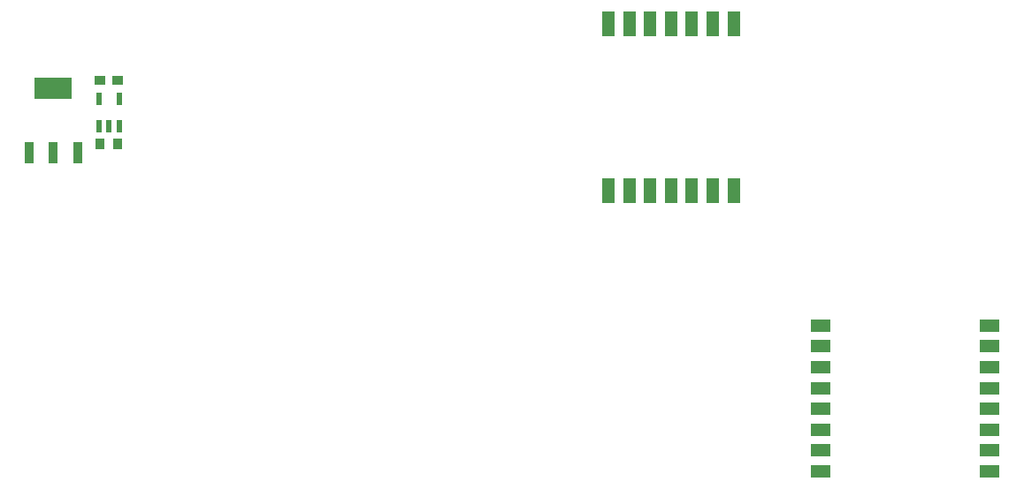
<source format=gtp>
G75*
%MOIN*%
%OFA0B0*%
%FSLAX24Y24*%
%IPPOS*%
%LPD*%
%AMOC8*
5,1,8,0,0,1.08239X$1,22.5*
%
%ADD10R,0.0480X0.0980*%
%ADD11R,0.0767X0.0452*%
%ADD12R,0.0374X0.0807*%
%ADD13R,0.1437X0.0807*%
%ADD14R,0.0197X0.0452*%
%ADD15R,0.0374X0.0413*%
%ADD16R,0.0413X0.0374*%
D10*
X023198Y014918D03*
X023985Y014918D03*
X024773Y014918D03*
X025560Y014918D03*
X026347Y014918D03*
X027135Y014918D03*
X027922Y014918D03*
X027922Y021218D03*
X027135Y021218D03*
X026347Y021218D03*
X025560Y021218D03*
X024773Y021218D03*
X023985Y021218D03*
X023198Y021218D03*
D11*
X031204Y009843D03*
X031204Y009055D03*
X031204Y008268D03*
X031204Y007480D03*
X031204Y006693D03*
X031204Y005906D03*
X031204Y005118D03*
X031204Y004331D03*
X037582Y004331D03*
X037582Y005118D03*
X037582Y005906D03*
X037582Y006693D03*
X037582Y007480D03*
X037582Y008268D03*
X037582Y009055D03*
X037582Y009843D03*
D12*
X001374Y016364D03*
X002280Y016364D03*
X003186Y016364D03*
D13*
X002280Y018805D03*
D14*
X004006Y018396D03*
X004754Y018396D03*
X004754Y017372D03*
X004380Y017372D03*
X004006Y017372D03*
D15*
X004045Y016684D03*
X004715Y016684D03*
D16*
X004715Y019084D03*
X004045Y019084D03*
M02*

</source>
